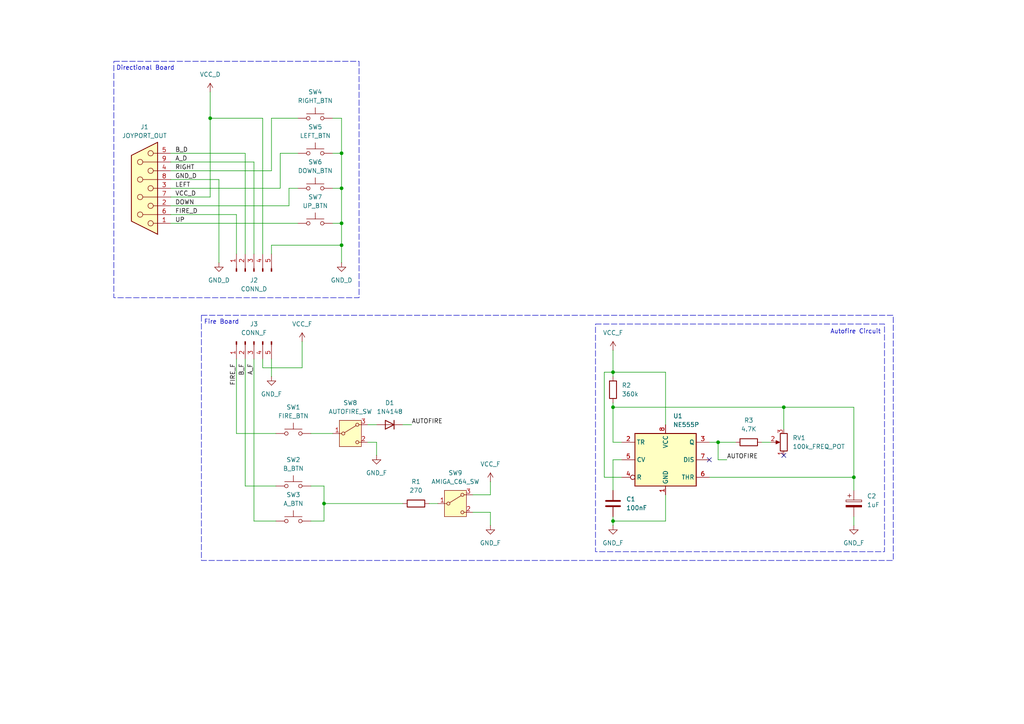
<source format=kicad_sch>
(kicad_sch (version 20231120) (generator "eeschema") (generator_version "8.0")
  (paper "A4")
  (title_block (title "Amiga JoyBoard") (date "2024-07-07") (rev "1.0") (company "Kot_Behemot"))
  (lib_symbols
    (symbol "Connector:Conn_01x05_Pin" (pin_names (offset 1.016) hide)
      (property "Reference" "J" (at 0 7.62 0))
      (property "Value" "Conn_01x05_Pin" (at 0 -7.62 0))
      (symbol "Conn_01x05_Pin_1_1"
        (polyline (pts (xy 1.27 -5.08) (xy 0.8636 -5.08)) (stroke (width 0.1524)))
        (polyline (pts (xy 1.27 -2.54) (xy 0.8636 -2.54)) (stroke (width 0.1524)))
        (polyline (pts (xy 1.27 0) (xy 0.8636 0)) (stroke (width 0.1524)))
        (polyline (pts (xy 1.27 2.54) (xy 0.8636 2.54)) (stroke (width 0.1524)))
        (polyline (pts (xy 1.27 5.08) (xy 0.8636 5.08)) (stroke (width 0.1524)))
        (rectangle (start 0.8636 -4.953) (end 0 -5.207) (stroke (width 0.1524)) (fill (type outline)))
        (rectangle (start 0.8636 -2.413) (end 0 -2.667) (stroke (width 0.1524)) (fill (type outline)))
        (rectangle (start 0.8636 0.127) (end 0 -0.127) (stroke (width 0.1524)) (fill (type outline)))
        (rectangle (start 0.8636 2.667) (end 0 2.413) (stroke (width 0.1524)) (fill (type outline)))
        (rectangle (start 0.8636 5.207) (end 0 4.953) (stroke (width 0.1524)) (fill (type outline)))
        (pin passive line (at 5.08 5.08 180) (length 3.81) (name "Pin_1") (number "1"))
        (pin passive line (at 5.08 2.54 180) (length 3.81) (name "Pin_2") (number "2"))
        (pin passive line (at 5.08 0 180) (length 3.81) (name "Pin_3") (number "3"))
        (pin passive line (at 5.08 -2.54 180) (length 3.81) (name "Pin_4") (number "4"))
        (pin passive line (at 5.08 -5.08 180) (length 3.81) (name "Pin_5") (number "5"))
      )
    )
    (symbol "Connector:DE9_Receptacle" (pin_names (offset 1.016) hide)
      (property "Reference" "J" (at 0 13.97 0))
      (property "Value" "DE9_Receptacle" (at 0 -14.605 0))
      (symbol "DE9_Receptacle_0_1"
        (circle (center -1.778 -10.16) (radius 0.762))
        (circle (center -1.778 -5.08) (radius 0.762))
        (circle (center -1.778 0) (radius 0.762))
        (circle (center -1.778 5.08) (radius 0.762))
        (circle (center -1.778 10.16) (radius 0.762))
        (polyline (pts (xy -3.81 -10.16) (xy -2.54 -10.16)))
        (polyline (pts (xy -3.81 -7.62) (xy 0.508 -7.62)))
        (polyline (pts (xy -3.81 -5.08) (xy -2.54 -5.08)))
        (polyline (pts (xy -3.81 -2.54) (xy 0.508 -2.54)))
        (polyline (pts (xy -3.81 0) (xy -2.54 0)))
        (polyline (pts (xy -3.81 2.54) (xy 0.508 2.54)))
        (polyline (pts (xy -3.81 5.08) (xy -2.54 5.08)))
        (polyline (pts (xy -3.81 7.62) (xy 0.508 7.62)))
        (polyline (pts (xy -3.81 10.16) (xy -2.54 10.16)))
        (polyline (pts (xy -3.81 13.335) (xy -3.81 -13.335) (xy 3.81 -9.525) (xy 3.81 9.525) (xy -3.81 13.335)) (stroke (width 0.254)) (fill (type background)))
        (circle (center 1.27 -7.62) (radius 0.762))
        (circle (center 1.27 -2.54) (radius 0.762))
        (circle (center 1.27 2.54) (radius 0.762))
        (circle (center 1.27 7.62) (radius 0.762))
      )
      (symbol "DE9_Receptacle_1_1"
        (pin passive line (at -7.62 10.16 0) (length 3.81) (name "1") (number "1"))
        (pin passive line (at -7.62 5.08 0) (length 3.81) (name "2") (number "2"))
        (pin passive line (at -7.62 0 0) (length 3.81) (name "3") (number "3"))
        (pin passive line (at -7.62 -5.08 0) (length 3.81) (name "4") (number "4"))
        (pin passive line (at -7.62 -10.16 0) (length 3.81) (name "5") (number "5"))
        (pin passive line (at -7.62 7.62 0) (length 3.81) (name "6") (number "6"))
        (pin passive line (at -7.62 2.54 0) (length 3.81) (name "7") (number "7"))
        (pin passive line (at -7.62 -2.54 0) (length 3.81) (name "8") (number "8"))
        (pin passive line (at -7.62 -7.62 0) (length 3.81) (name "9") (number "9"))
      )
    )
    (symbol "Device:C" (pin_numbers hide) (pin_names (offset 0.254))
      (property "Reference" "C" (at 0.635 2.54 0))
      (property "Value" "C" (at 0.635 -2.54 0))
      (symbol "C_0_1"
        (polyline (pts (xy -2.032 -0.762) (xy 2.032 -0.762)) (stroke (width 0.508)))
        (polyline (pts (xy -2.032 0.762) (xy 2.032 0.762)) (stroke (width 0.508)))
      )
      (symbol "C_1_1"
        (pin passive line (at 0 3.81 270) (length 2.794) (name "~") (number "1"))
        (pin passive line (at 0 -3.81 90) (length 2.794) (name "~") (number "2"))
      )
    )
    (symbol "Device:C_Polarized" (pin_numbers hide) (pin_names (offset 0.254))
      (property "Reference" "C" (at 0.635 2.54 0))
      (property "Value" "C_Polarized" (at 0.635 -2.54 0))
      (symbol "C_Polarized_0_1"
        (rectangle (start -2.286 0.508) (end 2.286 1.016))
        (polyline (pts (xy -1.778 2.286) (xy -0.762 2.286)))
        (polyline (pts (xy -1.27 2.794) (xy -1.27 1.778)))
        (rectangle (start 2.286 -0.508) (end -2.286 -1.016) (fill (type outline)))
      )
      (symbol "C_Polarized_1_1"
        (pin passive line (at 0 3.81 270) (length 2.794) (name "~") (number "1"))
        (pin passive line (at 0 -3.81 90) (length 2.794) (name "~") (number "2"))
      )
    )
    (symbol "Device:R" (pin_numbers hide) (pin_names (offset 0))
      (property "Reference" "R" (at 2.032 0 90))
      (property "Value" "R" (at 0 0 90))
      (symbol "R_0_1"
        (rectangle (start -1.016 -2.54) (end 1.016 2.54) (stroke (width 0.254)))
      )
      (symbol "R_1_1"
        (pin passive line (at 0 3.81 270) (length 1.27) (name "~") (number "1"))
        (pin passive line (at 0 -3.81 90) (length 1.27) (name "~") (number "2"))
      )
    )
    (symbol "Device:R_Potentiometer" (pin_names (offset 1.016) hide)
      (property "Reference" "RV" (at -4.445 0 90))
      (property "Value" "R_Potentiometer" (at -2.54 0 90))
      (symbol "R_Potentiometer_0_1"
        (polyline (pts (xy 2.54 0) (xy 1.524 0)))
        (polyline (pts (xy 1.143 0) (xy 2.286 0.508) (xy 2.286 -0.508) (xy 1.143 0)) (fill (type outline)))
        (rectangle (start 1.016 2.54) (end -1.016 -2.54) (stroke (width 0.254)))
      )
      (symbol "R_Potentiometer_1_1"
        (pin passive line (at 0 3.81 270) (length 1.27) (name "1") (number "1"))
        (pin passive line (at 3.81 0 180) (length 1.27) (name "2") (number "2"))
        (pin passive line (at 0 -3.81 90) (length 1.27) (name "3") (number "3"))
      )
    )
    (symbol "Diode:1N4148" (pin_numbers hide) (pin_names hide)
      (property "Reference" "D" (at 0 2.54 0))
      (property "Value" "1N4148" (at 0 -2.54 0))
      (symbol "1N4148_0_1"
        (polyline (pts (xy -1.27 1.27) (xy -1.27 -1.27)) (stroke (width 0.254)))
        (polyline (pts (xy 1.27 0) (xy -1.27 0)))
        (polyline (pts (xy 1.27 1.27) (xy 1.27 -1.27) (xy -1.27 0) (xy 1.27 1.27)) (stroke (width 0.254)))
      )
      (symbol "1N4148_1_1"
        (pin passive line (at -3.81 0 0) (length 2.54) (name "K") (number "1"))
        (pin passive line (at 3.81 0 180) (length 2.54) (name "A") (number "2"))
      )
    )
    (symbol "Switch:SW_Push" (pin_numbers hide) (pin_names (offset 1.016) hide)
      (property "Reference" "SW" (at 1.27 2.54 0))
      (property "Value" "SW_Push" (at 0 -1.524 0))
      (symbol "SW_Push_0_1"
        (circle (center -2.032 0) (radius 0.508))
        (polyline (pts (xy 0 1.27) (xy 0 3.048)))
        (polyline (pts (xy 2.54 1.27) (xy -2.54 1.27)))
        (circle (center 2.032 0) (radius 0.508))
        (pin passive line (at -5.08 0 0) (length 2.54) (name "1") (number "1"))
        (pin passive line (at 5.08 0 180) (length 2.54) (name "2") (number "2"))
      )
    )
    (symbol "Switch:SW_SPDT_312" (pin_names (offset 1) hide)
      (property "Reference" "SW" (at 0 5.08 0))
      (property "Value" "SW_SPDT_312" (at 0 -5.08 0))
      (symbol "SW_SPDT_312_0_1"
        (circle (center -2.032 0) (radius 0.4572))
        (polyline (pts (xy -1.651 0.254) (xy 1.651 2.286)))
        (circle (center 2.032 -2.54) (radius 0.4572))
        (circle (center 2.032 2.54) (radius 0.4572))
      )
      (symbol "SW_SPDT_312_1_1"
        (rectangle (start -3.175 3.81) (end 3.175 -3.81) (fill (type background)))
        (pin passive line (at -5.08 0 0) (length 2.54) (name "B") (number "1"))
        (pin passive line (at 5.08 -2.54 180) (length 2.54) (name "C") (number "2"))
        (pin passive line (at 5.08 2.54 180) (length 2.54) (name "A") (number "3"))
      )
    )
    (symbol "Timer:NE555P"
      (property "Reference" "U" (at -10.16 8.89 0))
      (property "Value" "NE555P" (at 2.54 8.89 0))
      (symbol "NE555P_0_0"
        (pin power_in line (at 0 -10.16 90) (length 2.54) (name "GND") (number "1"))
        (pin power_in line (at 0 10.16 270) (length 2.54) (name "VCC") (number "8"))
      )
      (symbol "NE555P_0_1"
        (rectangle (start -8.89 -7.62) (end 8.89 7.62) (stroke (width 0.254)) (fill (type background)))
        (rectangle (start -8.89 -7.62) (end 8.89 7.62) (stroke (width 0.254)) (fill (type background)))
      )
      (symbol "NE555P_1_1"
        (pin input line (at -12.7 5.08 0) (length 3.81) (name "TR") (number "2"))
        (pin output line (at 12.7 5.08 180) (length 3.81) (name "Q") (number "3"))
        (pin input inverted (at -12.7 -5.08 0) (length 3.81) (name "R") (number "4"))
        (pin input line (at -12.7 0 0) (length 3.81) (name "CV") (number "5"))
        (pin input line (at 12.7 -5.08 180) (length 3.81) (name "THR") (number "6"))
        (pin input line (at 12.7 0 180) (length 3.81) (name "DIS") (number "7"))
      )
    )
    (symbol "power:GND" (power) (pin_numbers hide) (pin_names (offset 0) hide)
      (property "Value" "GND" (at 0 -3.81 0))
      (symbol "GND_0_1"
        (polyline (pts (xy 0 0) (xy 0 -1.27) (xy 1.27 -1.27) (xy 0 -2.54) (xy -1.27 -1.27) (xy 0 -1.27)))
      )
      (symbol "GND_1_1"
        (pin power_in line (at 0 0 270) (length 0) (name "~") (number "1"))
      )
    )
    (symbol "power:VCC" (power) (pin_numbers hide) (pin_names (offset 0) hide)
      (property "Value" "VCC" (at 0 3.556 0))
      (symbol "VCC_0_1"
        (polyline (pts (xy -0.762 1.27) (xy 0 2.54)))
        (polyline (pts (xy 0 0) (xy 0 2.54)))
        (polyline (pts (xy 0 2.54) (xy 0.762 1.27)))
      )
      (symbol "VCC_1_1"
        (pin power_in line (at 0 0 90) (length 0) (name "~") (number "1"))
      )
    )
  )
  (junction (at 93.98 146.05))
  (junction (at 60.96 34.29))
  (junction (at 99.06 44.45))
  (junction (at 177.8 107.95))
  (junction (at 99.06 71.12))
  (junction (at 177.8 151.13))
  (junction (at 208.28 128.27))
  (junction (at 177.8 118.11))
  (junction (at 227.33 118.11))
  (junction (at 99.06 54.61))
  (junction (at 99.06 64.77))
  (junction (at 247.65 138.43))
  (no_connect (at 205.74 133.35))
  (no_connect (at 227.33 132.08))
  (wire (pts (xy 177.8 133.35) (xy 177.8 142.24)))
  (wire (pts (xy 106.68 128.27) (xy 109.22 128.27)))
  (wire (pts (xy 73.66 104.14) (xy 73.66 151.13)))
  (wire (pts (xy 87.63 106.68) (xy 76.2 106.68)))
  (wire (pts (xy 175.26 107.95) (xy 177.8 107.95)))
  (wire (pts (xy 99.06 64.77) (xy 99.06 71.12)))
  (wire (pts (xy 227.33 118.11) (xy 247.65 118.11)))
  (wire (pts (xy 76.2 34.29) (xy 60.96 34.29)))
  (wire (pts (xy 142.24 148.59) (xy 142.24 152.4)))
  (wire (pts (xy 177.8 116.84) (xy 177.8 118.11)))
  (wire (pts (xy 208.28 128.27) (xy 208.28 133.35)))
  (wire (pts (xy 99.06 34.29) (xy 99.06 44.45)))
  (wire (pts (xy 96.52 64.77) (xy 99.06 64.77)))
  (wire (pts (xy 193.04 151.13) (xy 177.8 151.13)))
  (wire (pts (xy 96.52 44.45) (xy 99.06 44.45)))
  (wire (pts (xy 83.82 54.61) (xy 86.36 54.61)))
  (wire (pts (xy 49.53 54.61) (xy 81.28 54.61)))
  (wire (pts (xy 177.8 128.27) (xy 177.8 118.11)))
  (wire (pts (xy 49.53 49.53) (xy 78.74 49.53)))
  (wire (pts (xy 227.33 124.46) (xy 227.33 118.11)))
  (wire (pts (xy 193.04 107.95) (xy 177.8 107.95)))
  (wire (pts (xy 68.58 125.73) (xy 80.01 125.73)))
  (wire (pts (xy 137.16 148.59) (xy 142.24 148.59)))
  (wire (pts (xy 49.53 62.23) (xy 68.58 62.23)))
  (wire (pts (xy 60.96 34.29) (xy 60.96 57.15)))
  (wire (pts (xy 78.74 104.14) (xy 78.74 109.22)))
  (wire (pts (xy 175.26 138.43) (xy 175.26 107.95)))
  (wire (pts (xy 177.8 107.95) (xy 177.8 109.22)))
  (wire (pts (xy 99.06 71.12) (xy 99.06 76.2)))
  (wire (pts (xy 76.2 73.66) (xy 76.2 34.29)))
  (wire (pts (xy 180.34 138.43) (xy 175.26 138.43)))
  (wire (pts (xy 83.82 59.69) (xy 83.82 54.61)))
  (wire (pts (xy 60.96 57.15) (xy 49.53 57.15)))
  (wire (pts (xy 177.8 101.6) (xy 177.8 107.95)))
  (wire (pts (xy 177.8 149.86) (xy 177.8 151.13)))
  (wire (pts (xy 78.74 49.53) (xy 78.74 34.29)))
  (wire (pts (xy 99.06 44.45) (xy 99.06 54.61)))
  (wire (pts (xy 73.66 46.99) (xy 73.66 73.66)))
  (wire (pts (xy 73.66 151.13) (xy 80.01 151.13)))
  (wire (pts (xy 247.65 138.43) (xy 247.65 142.24)))
  (wire (pts (xy 68.58 62.23) (xy 68.58 73.66)))
  (wire (pts (xy 49.53 52.07) (xy 63.5 52.07)))
  (wire (pts (xy 87.63 99.06) (xy 87.63 106.68)))
  (wire (pts (xy 78.74 73.66) (xy 78.74 71.12)))
  (wire (pts (xy 124.46 146.05) (xy 127 146.05)))
  (wire (pts (xy 78.74 71.12) (xy 99.06 71.12)))
  (wire (pts (xy 68.58 104.14) (xy 68.58 125.73)))
  (wire (pts (xy 81.28 44.45) (xy 86.36 44.45)))
  (wire (pts (xy 205.74 128.27) (xy 208.28 128.27)))
  (wire (pts (xy 208.28 133.35) (xy 210.82 133.35)))
  (wire (pts (xy 96.52 34.29) (xy 99.06 34.29)))
  (wire (pts (xy 208.28 128.27) (xy 213.36 128.27)))
  (wire (pts (xy 193.04 123.19) (xy 193.04 107.95)))
  (wire (pts (xy 220.98 128.27) (xy 223.52 128.27)))
  (wire (pts (xy 93.98 140.97) (xy 93.98 146.05)))
  (wire (pts (xy 116.84 123.19) (xy 119.38 123.19)))
  (wire (pts (xy 76.2 106.68) (xy 76.2 104.14)))
  (wire (pts (xy 142.24 143.51) (xy 137.16 143.51)))
  (wire (pts (xy 49.53 64.77) (xy 86.36 64.77)))
  (wire (pts (xy 193.04 143.51) (xy 193.04 151.13)))
  (wire (pts (xy 49.53 59.69) (xy 83.82 59.69)))
  (wire (pts (xy 63.5 52.07) (xy 63.5 76.2)))
  (wire (pts (xy 116.84 146.05) (xy 93.98 146.05)))
  (wire (pts (xy 81.28 54.61) (xy 81.28 44.45)))
  (wire (pts (xy 90.17 125.73) (xy 96.52 125.73)))
  (wire (pts (xy 247.65 118.11) (xy 247.65 138.43)))
  (wire (pts (xy 73.66 46.99) (xy 49.53 46.99)))
  (wire (pts (xy 71.12 140.97) (xy 71.12 104.14)))
  (wire (pts (xy 205.74 138.43) (xy 247.65 138.43)))
  (wire (pts (xy 180.34 133.35) (xy 177.8 133.35)))
  (wire (pts (xy 99.06 54.61) (xy 99.06 64.77)))
  (wire (pts (xy 180.34 128.27) (xy 177.8 128.27)))
  (wire (pts (xy 90.17 140.97) (xy 93.98 140.97)))
  (wire (pts (xy 96.52 54.61) (xy 99.06 54.61)))
  (wire (pts (xy 247.65 149.86) (xy 247.65 152.4)))
  (wire (pts (xy 60.96 26.67) (xy 60.96 34.29)))
  (wire (pts (xy 71.12 73.66) (xy 71.12 44.45)))
  (wire (pts (xy 90.17 151.13) (xy 93.98 151.13)))
  (wire (pts (xy 142.24 139.7) (xy 142.24 143.51)))
  (wire (pts (xy 106.68 123.19) (xy 109.22 123.19)))
  (wire (pts (xy 109.22 128.27) (xy 109.22 132.08)))
  (wire (pts (xy 177.8 151.13) (xy 177.8 152.4)))
  (wire (pts (xy 93.98 151.13) (xy 93.98 146.05)))
  (wire (pts (xy 78.74 34.29) (xy 86.36 34.29)))
  (wire (pts (xy 80.01 140.97) (xy 71.12 140.97)))
  (wire (pts (xy 177.8 118.11) (xy 227.33 118.11)))
  (wire (pts (xy 71.12 44.45) (xy 49.53 44.45)))
  (rectangle (start 33.02 17.78) (end 104.14 86.36) (stroke (width 0) (type dash)))
  (rectangle (start 172.72 93.98) (end 256.54 160.02) (stroke (width 0) (type dash)))
  (rectangle (start 58.42 91.44) (end 259.08 162.56) (stroke (width 0) (type dash)))
  (text "Fire Board" (at 64.262 93.472 0) (effects (font (size 1.27 1.27))))
  (text "Directional Board" (at 42.164 19.812 0) (effects (font (size 1.27 1.27))))
  (text "Autofire Circuit" (at 248.158 96.266 0) (effects (font (size 1.27 1.27))))
  (label "LEFT" (at 50.8 54.61 0))
  (label "FIRE_F" (at 68.58 105.41 270))
  (label "AUTOFIRE" (at 210.82 133.35 0))
  (label "A_F" (at 73.66 105.41 270))
  (label "B_D" (at 50.8 44.45 0))
  (label "FIRE_D" (at 50.8 62.23 0))
  (label "VCC_D" (at 50.8 57.15 0))
  (label "B_F" (at 71.12 105.41 270))
  (label "DOWN" (at 50.8 59.69 0))
  (label "AUTOFIRE" (at 119.38 123.19 0))
  (label "GND_D" (at 50.8 52.07 0))
  (label "UP" (at 50.8 64.77 0))
  (label "RIGHT" (at 50.8 49.53 0))
  (label "A_D" (at 50.8 46.99 0))
  (symbol (lib_id "power:GND") (at 177.8 152.4 0) (unit 1)
    (property "Reference" "#PWR09" (effects (hide yes)))
    (property "Value" "GND_F" (at 177.8 157.48 0))
    (property "Description" "Power symbol creates a global label with name \"GND\" , ground" (effects (hide yes)))
  )
  (symbol (lib_id "power:VCC") (at 87.63 99.06 0) (unit 1)
    (property "Reference" "#PWR010" (effects (hide yes)))
    (property "Value" "VCC_F" (at 87.63 93.98 0))
    (property "Description" "Power symbol creates a global label with name \"VCC\"" (effects (hide yes)))
  )
  (symbol (lib_id "Switch:SW_Push") (at 91.44 64.77 0) (unit 1)
    (property "Reference" "SW7" (at 91.44 57.15 0))
    (property "Value" "UP_BTN" (at 91.44 59.69 0))
    (property "Footprint" "Kailh:SW_MX" (effects (hide yes)))
    (property "Description" "Push button switch, generic, two pins" (effects (hide yes)))
  )
  (symbol (lib_id "Connector:Conn_01x05_Pin") (at 73.66 99.06 90) (mirror x) (unit 1)
    (property "Reference" "J3" (at 73.66 93.98 90))
    (property "Value" "CONN_F" (at 73.66 96.52 90))
    (property "Footprint" "Connector_JST:JST_XH_S5B-XH-A_1x05_P2.50mm_Horizontal" (effects (hide yes)))
    (property "Description" "Generic connector, single row, 01x05, script generated" (effects (hide yes)))
  )
  (symbol (lib_id "Device:C") (at 177.8 146.05 0) (unit 1)
    (property "Reference" "C1" (at 181.61 144.7799 0) (effects (justify left)))
    (property "Value" "100nF" (at 181.61 147.3199 0) (effects (justify left)))
    (property "Footprint" "Capacitor_THT:C_Disc_D4.7mm_W2.5mm_P5.00mm" (effects (hide yes)))
    (property "Description" "Unpolarized capacitor" (effects (hide yes)))
  )
  (symbol (lib_id "Switch:SW_Push") (at 91.44 54.61 0) (unit 1)
    (property "Reference" "SW6" (at 91.44 46.99 0))
    (property "Value" "DOWN_BTN" (at 91.44 49.53 0))
    (property "Footprint" "Kailh:SW_MX" (effects (hide yes)))
    (property "Description" "Push button switch, generic, two pins" (effects (hide yes)))
  )
  (symbol (lib_id "Device:R") (at 120.65 146.05 90) (unit 1)
    (property "Reference" "R1" (at 120.65 139.7 90))
    (property "Value" "270" (at 120.65 142.24 90))
    (property "Footprint" "Resistor_THT:R_Axial_DIN0207_L6.3mm_D2.5mm_P7.62mm_Horizontal" (effects (hide yes)))
    (property "Description" "Resistor" (effects (hide yes)))
  )
  (symbol (lib_id "power:GND") (at 109.22 132.08 0) (unit 1)
    (property "Reference" "#PWR02" (effects (hide yes)))
    (property "Value" "GND_F" (at 109.22 137.16 0))
    (property "Description" "Power symbol creates a global label with name \"GND\" , ground" (effects (hide yes)))
  )
  (symbol (lib_id "Switch:SW_Push") (at 85.09 151.13 0) (unit 1)
    (property "Reference" "SW3" (at 85.09 143.51 0))
    (property "Value" "A_BTN" (at 85.09 146.05 0))
    (property "Footprint" "Kailh:SW_MX" (effects (hide yes)))
    (property "Description" "Push button switch, generic, two pins" (effects (hide yes)))
  )
  (symbol (lib_id "Device:R") (at 177.8 113.03 180) (unit 1)
    (property "Reference" "R2" (at 180.34 111.7599 0) (effects (justify right)))
    (property "Value" "360k" (at 180.34 114.2999 0) (effects (justify right)))
    (property "Footprint" "Resistor_THT:R_Axial_DIN0207_L6.3mm_D2.5mm_P7.62mm_Horizontal" (effects (hide yes)))
    (property "Description" "Resistor" (effects (hide yes)))
  )
  (symbol (lib_id "Connector:DE9_Receptacle") (at 41.91 54.61 180) (unit 1)
    (property "Reference" "J1" (at 41.91 36.83 0))
    (property "Value" "JOYPORT_OUT" (at 41.91 39.37 0))
    (property "Footprint" "Connector_JST:JST_XH_S9B-XH-A_1x09_P2.50mm_Horizontal" (effects (hide yes)))
    (property "Description" "9-pin female receptacle socket D-SUB connector" (effects (hide yes)))
  )
  (symbol (lib_id "Switch:SW_Push") (at 91.44 34.29 0) (unit 1)
    (property "Reference" "SW4" (at 91.44 26.67 0))
    (property "Value" "RIGHT_BTN" (at 91.44 29.21 0))
    (property "Footprint" "Kailh:SW_MX" (effects (hide yes)))
    (property "Description" "Push button switch, generic, two pins" (effects (hide yes)))
  )
  (symbol (lib_id "Diode:1N4148") (at 113.03 123.19 180) (unit 1)
    (property "Reference" "D1" (at 113.03 116.84 0))
    (property "Value" "1N4148" (at 113.03 119.38 0))
    (property "Footprint" "Diode_THT:D_DO-35_SOD27_P7.62mm_Horizontal" (effects (hide yes)))
    (property "Datasheet" "https://assets.nexperia.com/documents/data-sheet/1N4148_1N4448.pdf" (effects (hide yes)))
    (property "Description" "100V 0.15A standard switching diode, DO-35" (effects (hide yes)))
    (property "Sim.Device" "D" (effects (hide yes)))
    (property "Sim.Pins" "1=K 2=A" (effects (hide yes)))
  )
  (symbol (lib_id "power:VCC") (at 60.96 26.67 0) (unit 1)
    (property "Reference" "#PWR03" (effects (hide yes)))
    (property "Value" "VCC_D" (at 60.96 21.59 0))
    (property "Description" "Power symbol creates a global label with name \"VCC\"" (effects (hide yes)))
  )
  (symbol (lib_id "power:VCC") (at 142.24 139.7 0) (unit 1)
    (property "Reference" "#PWR04" (effects (hide yes)))
    (property "Value" "VCC_F" (at 142.24 134.62 0))
    (property "Description" "Power symbol creates a global label with name \"VCC\"" (effects (hide yes)))
  )
  (symbol (lib_id "Switch:SW_Push") (at 85.09 140.97 0) (unit 1)
    (property "Reference" "SW2" (at 85.09 133.35 0))
    (property "Value" "B_BTN" (at 85.09 135.89 0))
    (property "Footprint" "Kailh:SW_MX" (effects (hide yes)))
    (property "Description" "Push button switch, generic, two pins" (effects (hide yes)))
  )
  (symbol (lib_id "Switch:SW_Push") (at 91.44 44.45 0) (unit 1)
    (property "Reference" "SW5" (at 91.44 36.83 0))
    (property "Value" "LEFT_BTN" (at 91.44 39.37 0))
    (property "Footprint" "Kailh:SW_MX" (effects (hide yes)))
    (property "Description" "Push button switch, generic, two pins" (effects (hide yes)))
  )
  (symbol (lib_id "Device:R") (at 217.17 128.27 90) (unit 1)
    (property "Reference" "R3" (at 217.17 121.92 90))
    (property "Value" "4.7K" (at 217.17 124.46 90))
    (property "Footprint" "Resistor_THT:R_Axial_DIN0207_L6.3mm_D2.5mm_P7.62mm_Horizontal" (effects (hide yes)))
    (property "Description" "Resistor" (effects (hide yes)))
  )
  (symbol (lib_id "Timer:NE555P") (at 193.04 133.35 0) (unit 1)
    (property "Reference" "U1" (at 195.2341 120.65 0) (effects (justify left)))
    (property "Value" "NE555P" (at 195.2341 123.19 0) (effects (justify left)))
    (property "Footprint" "Package_DIP:DIP-8_W7.62mm" (effects (hide yes)))
    (property "Datasheet" "http://www.ti.com/lit/ds/symlink/ne555.pdf" (effects (hide yes)))
    (property "Description" "Precision Timers, 555 compatible,  PDIP-8" (effects (hide yes)))
  )
  (symbol (lib_id "power:GND") (at 63.5 76.2 0) (unit 1)
    (property "Reference" "#PWR01" (effects (hide yes)))
    (property "Value" "GND_D" (at 63.5 81.28 0))
    (property "Description" "Power symbol creates a global label with name \"GND\" , ground" (effects (hide yes)))
  )
  (symbol (lib_id "power:GND") (at 247.65 152.4 0) (unit 1)
    (property "Reference" "#PWR07" (effects (hide yes)))
    (property "Value" "GND_F" (at 247.65 157.48 0))
    (property "Description" "Power symbol creates a global label with name \"GND\" , ground" (effects (hide yes)))
  )
  (symbol (lib_id "power:VCC") (at 177.8 101.6 0) (unit 1)
    (property "Reference" "#PWR08" (effects (hide yes)))
    (property "Value" "VCC_F" (at 177.8 96.52 0))
    (property "Description" "Power symbol creates a global label with name \"VCC\"" (effects (hide yes)))
  )
  (symbol (lib_id "Connector:Conn_01x05_Pin") (at 73.66 78.74 90) (unit 1)
    (property "Reference" "J2" (at 73.66 81.28 90))
    (property "Value" "CONN_D" (at 73.66 83.82 90))
    (property "Footprint" "Connector_JST:JST_XH_S5B-XH-A_1x05_P2.50mm_Horizontal" (effects (hide yes)))
    (property "Description" "Generic connector, single row, 01x05, script generated" (effects (hide yes)))
  )
  (symbol (lib_id "power:GND") (at 142.24 152.4 0) (unit 1)
    (property "Reference" "#PWR05" (effects (hide yes)))
    (property "Value" "GND_F" (at 142.24 157.48 0))
    (property "Description" "Power symbol creates a global label with name \"GND\" , ground" (effects (hide yes)))
  )
  (symbol (lib_id "Switch:SW_Push") (at 85.09 125.73 0) (unit 1)
    (property "Reference" "SW1" (at 85.09 118.11 0))
    (property "Value" "FIRE_BTN" (at 85.09 120.65 0))
    (property "Footprint" "Kailh:SW_MX" (effects (hide yes)))
    (property "Description" "Push button switch, generic, two pins" (effects (hide yes)))
  )
  (symbol (lib_id "Switch:SW_SPDT_312") (at 132.08 146.05 0) (unit 1)
    (property "Reference" "SW9" (at 132.08 137.16 0))
    (property "Value" "AMIGA_C64_SW" (at 132.08 139.7 0))
    (property "Footprint" "Amiga Joyboard:SS12T44_SLIDER_SWITCH_SPDT" (effects (hide yes)))
    (property "Description" "Switch, single pole double throw" (effects (hide yes)))
  )
  (symbol (lib_id "Device:R_Potentiometer") (at 227.33 128.27 180) (unit 1)
    (property "Reference" "RV1" (at 229.87 126.9999 0) (effects (justify right)))
    (property "Value" "100k_FREQ_POT" (at 229.87 129.5399 0) (effects (justify right)))
    (property "Footprint" "Potentiometer_THT:Potentiometer_Piher_T-16H_Single_Horizontal" (effects (hide yes)))
    (property "Description" "Potentiometer" (effects (hide yes)))
  )
  (symbol (lib_id "power:GND") (at 78.74 109.22 0) (unit 1)
    (property "Reference" "#PWR011" (effects (hide yes)))
    (property "Value" "GND_F" (at 78.74 114.3 0))
    (property "Description" "Power symbol creates a global label with name \"GND\" , ground" (effects (hide yes)))
  )
  (symbol (lib_id "power:GND") (at 99.06 76.2 0) (unit 1)
    (property "Reference" "#PWR06" (effects (hide yes)))
    (property "Value" "GND_D" (at 99.06 81.28 0))
    (property "Description" "Power symbol creates a global label with name \"GND\" , ground" (effects (hide yes)))
  )
  (symbol (lib_id "Device:C_Polarized") (at 247.65 146.05 0) (unit 1)
    (property "Reference" "C2" (at 251.46 143.8909 0) (effects (justify left)))
    (property "Value" "1uF" (at 251.46 146.4309 0) (effects (justify left)))
    (property "Footprint" "Capacitor_THT:CP_Radial_D5.0mm_P2.50mm" (effects (hide yes)))
    (property "Description" "Polarized capacitor" (effects (hide yes)))
  )
  (symbol (lib_id "Switch:SW_SPDT_312") (at 101.6 125.73 0) (unit 1)
    (property "Reference" "SW8" (at 101.6 116.84 0))
    (property "Value" "AUTOFIRE_SW" (at 101.6 119.38 0))
    (property "Footprint" "Amiga Joyboard:SS12T44_SLIDER_SWITCH_SPDT" (effects (hide yes)))
    (property "Description" "Switch, single pole double throw" (effects (hide yes)))
  )
)
</source>
